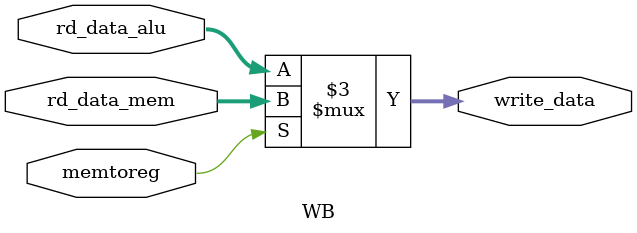
<source format=v>
`timescale 1ns / 1ps
module WB(
	memtoreg,
	rd_data_mem,
	rd_data_alu,
	write_data
    );
input memtoreg;
input [15:0] rd_data_mem, rd_data_alu;
output [15:0] write_data;

reg[15:0] write_data;

always @* begin
	write_data = rd_data_alu;
	case(memtoreg)
		1'b1:
			write_data = rd_data_mem;
	endcase
end

endmodule

</source>
